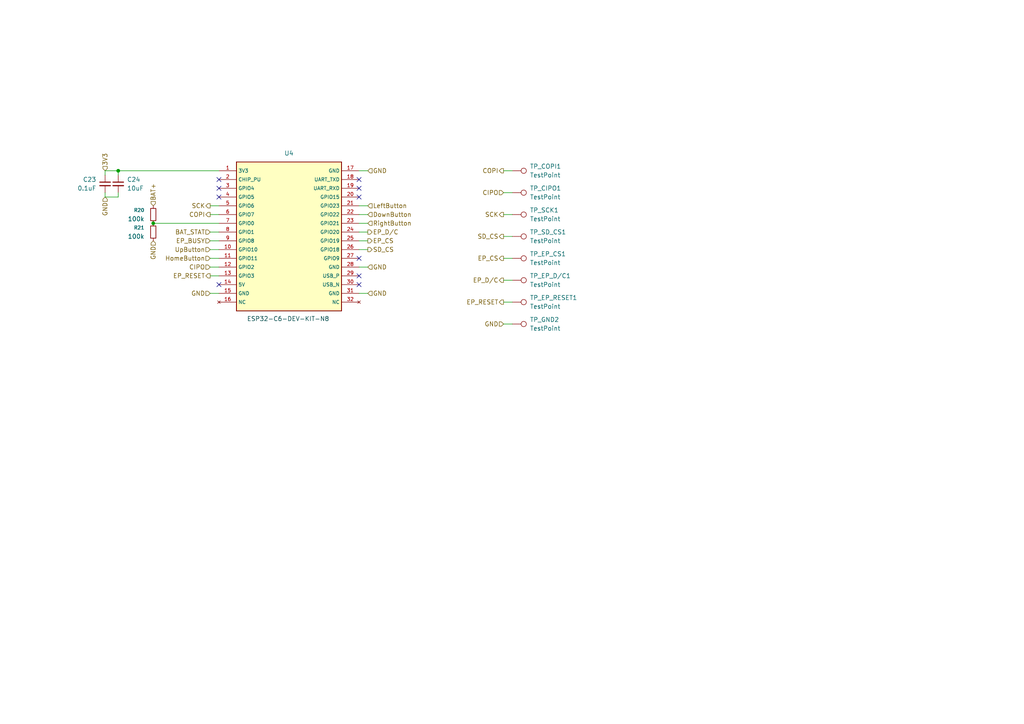
<source format=kicad_sch>
(kicad_sch (version 20250114) (generator "eeschema") (generator_version "9.0")
  (paper "A4")
  (lib_symbols
    (symbol "Connector:TestPoint" (pin_numbers (hide yes)) (pin_names (offset 0.762) (hide yes))
      (property "Reference" "TP" (at 0 6.858 0))
      (property "Value" "TestPoint" (at 0 5.08 0))
      (symbol "TestPoint_0_1"
        (circle (center 0 3.302) (radius 0.762))
      )
      (symbol "TestPoint_1_1"
        (pin passive line (at 0 0 90) (length 2.54) (name "1") (number "1"))
      )
    )
    (symbol "Device:C_Small" (pin_numbers (hide yes)) (pin_names (offset 0.254) (hide yes))
      (property "Reference" "C" (at 0.254 1.778 0))
      (property "Value" "C_Small" (at 0.254 -2.032 0))
      (symbol "C_Small_0_1"
        (polyline (pts (xy -1.524 0.508) (xy 1.524 0.508)) (stroke (width 0.3048)))
        (polyline (pts (xy -1.524 -0.508) (xy 1.524 -0.508)) (stroke (width 0.3302)))
      )
      (symbol "C_Small_1_1"
        (pin passive line (at 0 2.54 270) (length 2.032) (name "~") (number "1"))
        (pin passive line (at 0 -2.54 90) (length 2.032) (name "~") (number "2"))
      )
    )
    (symbol "Device:R_Small" (pin_numbers (hide yes)) (pin_names (offset 0.254) (hide yes))
      (property "Reference" "R" (at 0 0 90))
      (property "Value" "R_Small" (at 1.778 0 90))
      (symbol "R_Small_0_1"
        (rectangle (start -0.762 1.778) (end 0.762 -1.778) (stroke (width 0.2032)))
      )
      (symbol "R_Small_1_1"
        (pin passive line (at 0 2.54 270) (length 0.762) (name "~") (number "1"))
        (pin passive line (at 0 -2.54 90) (length 0.762) (name "~") (number "2"))
      )
    )
    (symbol "ESP32-C6-DEV-KIT-N8:ESP32-C6-DEV-KIT-N8"
      (property "Reference" "U" (at 0 23.368 0))
      (symbol "ESP32-C6-DEV-KIT-N8_0_0"
        (rectangle (start -15.24 21.59) (end 15.24 -21.59) (stroke (width 0.254)) (fill (type background)))
      )
      (symbol "ESP32-C6-DEV-KIT-N8_1_0"
        (pin power_in line (at -20.32 19.05 0) (length 5.08) (name "3V3") (number "1"))
        (pin input line (at -20.32 16.51 0) (length 5.08) (name "CHIP_PU") (number "2"))
        (pin bidirectional line (at -20.32 13.97 0) (length 5.08) (name "GPIO4") (number "3"))
        (pin bidirectional line (at -20.32 11.43 0) (length 5.08) (name "GPIO5") (number "4"))
        (pin bidirectional line (at -20.32 8.89 0) (length 5.08) (name "GPIO6") (number "5"))
        (pin bidirectional line (at -20.32 6.35 0) (length 5.08) (name "GPIO7") (number "6"))
        (pin bidirectional line (at -20.32 3.81 0) (length 5.08) (name "GPIO0") (number "7"))
        (pin bidirectional line (at -20.32 1.27 0) (length 5.08) (name "GPIO1") (number "8"))
        (pin bidirectional line (at -20.32 -1.27 0) (length 5.08) (name "GPIO8") (number "9"))
        (pin bidirectional line (at -20.32 -3.81 0) (length 5.08) (name "GPIO10") (number "10"))
        (pin bidirectional line (at -20.32 -6.35 0) (length 5.08) (name "GPIO11") (number "11"))
        (pin bidirectional line (at -20.32 -8.89 0) (length 5.08) (name "GPIO2") (number "12"))
        (pin bidirectional line (at -20.32 -11.43 0) (length 5.08) (name "GPIO3") (number "13"))
        (pin power_in line (at -20.32 -13.97 0) (length 5.08) (name "5V") (number "14"))
        (pin power_in line (at -20.32 -16.51 0) (length 5.08) (name "GND") (number "15"))
        (pin no_connect line (at -20.32 -19.05 0) (length 5.08) (name "NC") (number "16"))
        (pin power_in line (at 20.32 19.05 180) (length 5.08) (name "GND") (number "17"))
        (pin bidirectional line (at 20.32 16.51 180) (length 5.08) (name "UART_TXD") (number "18"))
        (pin bidirectional line (at 20.32 13.97 180) (length 5.08) (name "UART_RXD") (number "19"))
        (pin bidirectional line (at 20.32 11.43 180) (length 5.08) (name "GPIO15") (number "20"))
        (pin bidirectional line (at 20.32 8.89 180) (length 5.08) (name "GPIO23") (number "21"))
        (pin bidirectional line (at 20.32 6.35 180) (length 5.08) (name "GPIO22") (number "22"))
        (pin bidirectional line (at 20.32 3.81 180) (length 5.08) (name "GPIO21") (number "23"))
        (pin bidirectional line (at 20.32 1.27 180) (length 5.08) (name "GPIO20") (number "24"))
        (pin bidirectional line (at 20.32 -1.27 180) (length 5.08) (name "GPIO19") (number "25"))
        (pin bidirectional line (at 20.32 -3.81 180) (length 5.08) (name "GPIO18") (number "26"))
        (pin bidirectional line (at 20.32 -6.35 180) (length 5.08) (name "GPIO9") (number "27"))
        (pin power_in line (at 20.32 -8.89 180) (length 5.08) (name "GND") (number "28"))
        (pin bidirectional line (at 20.32 -11.43 180) (length 5.08) (name "USB_P") (number "29"))
        (pin bidirectional line (at 20.32 -13.97 180) (length 5.08) (name "USB_N") (number "30"))
        (pin power_in line (at 20.32 -16.51 180) (length 5.08) (name "GND") (number "31"))
        (pin no_connect line (at 20.32 -19.05 180) (length 5.08) (name "NC") (number "32"))
      )
      (symbol "ESP32-C6-DEV-KIT-N8_1_1"
        (text "ESP32-C6-DEV-KIT-N8" (at -0.254 -23.876 0) (effects (font (size 1.27 1.27))))
      )
    )
  )
  (junction (at 34.29 49.53))
  (junction (at 44.45 64.77))
  (no_connect (at 63.5 54.61))
  (no_connect (at 104.14 82.55))
  (no_connect (at 104.14 74.93))
  (no_connect (at 63.5 52.07))
  (no_connect (at 63.5 57.15))
  (no_connect (at 104.14 57.15))
  (no_connect (at 104.14 80.01))
  (no_connect (at 104.14 54.61))
  (no_connect (at 104.14 52.07))
  (no_connect (at 63.5 82.55))
  (wire (pts (xy 30.48 49.53) (xy 34.29 49.53)))
  (wire (pts (xy 104.14 62.23) (xy 106.68 62.23)))
  (wire (pts (xy 146.05 74.93) (xy 148.59 74.93)))
  (wire (pts (xy 34.29 50.8) (xy 34.29 49.53)))
  (wire (pts (xy 30.48 57.15) (xy 34.29 57.15)))
  (wire (pts (xy 104.14 77.47) (xy 106.68 77.47)))
  (wire (pts (xy 104.14 64.77) (xy 106.68 64.77)))
  (wire (pts (xy 60.96 59.69) (xy 63.5 59.69)))
  (wire (pts (xy 104.14 69.85) (xy 106.68 69.85)))
  (wire (pts (xy 146.05 87.63) (xy 148.59 87.63)))
  (wire (pts (xy 60.96 80.01) (xy 63.5 80.01)))
  (wire (pts (xy 44.45 64.77) (xy 63.5 64.77)))
  (wire (pts (xy 60.96 72.39) (xy 63.5 72.39)))
  (wire (pts (xy 104.14 85.09) (xy 106.68 85.09)))
  (wire (pts (xy 60.96 62.23) (xy 63.5 62.23)))
  (wire (pts (xy 60.96 69.85) (xy 63.5 69.85)))
  (wire (pts (xy 30.48 57.15) (xy 30.48 55.88)))
  (wire (pts (xy 60.96 77.47) (xy 63.5 77.47)))
  (wire (pts (xy 104.14 67.31) (xy 106.68 67.31)))
  (wire (pts (xy 146.05 93.98) (xy 148.59 93.98)))
  (wire (pts (xy 60.96 85.09) (xy 63.5 85.09)))
  (wire (pts (xy 146.05 55.88) (xy 148.59 55.88)))
  (wire (pts (xy 60.96 67.31) (xy 63.5 67.31)))
  (wire (pts (xy 146.05 68.58) (xy 148.59 68.58)))
  (wire (pts (xy 146.05 62.23) (xy 148.59 62.23)))
  (wire (pts (xy 104.14 72.39) (xy 106.68 72.39)))
  (wire (pts (xy 30.48 50.8) (xy 30.48 49.53)))
  (wire (pts (xy 104.14 49.53) (xy 106.68 49.53)))
  (wire (pts (xy 146.05 49.53) (xy 148.59 49.53)))
  (wire (pts (xy 60.96 74.93) (xy 63.5 74.93)))
  (wire (pts (xy 34.29 57.15) (xy 34.29 55.88)))
  (wire (pts (xy 104.14 59.69) (xy 106.68 59.69)))
  (wire (pts (xy 146.05 81.28) (xy 148.59 81.28)))
  (wire (pts (xy 34.29 49.53) (xy 63.5 49.53)))
  (hierarchical_label "GND" (shape input) (at 60.96 85.09 180))
  (hierarchical_label "COPI" (shape output) (at 60.96 62.23 180))
  (hierarchical_label "GND" (shape input) (at 30.48 57.15 270))
  (hierarchical_label "BAT+" (shape input) (at 44.45 59.69 90))
  (hierarchical_label "CIPO" (shape input) (at 60.96 77.47 180))
  (hierarchical_label "3V3" (shape input) (at 30.48 49.53 90))
  (hierarchical_label "EP_BUSY" (shape input) (at 60.96 69.85 180))
  (hierarchical_label "GND" (shape input) (at 106.68 77.47 0))
  (hierarchical_label "EP_D{slash}C" (shape output) (at 146.05 81.28 180))
  (hierarchical_label "SD_CS" (shape output) (at 106.68 72.39 0))
  (hierarchical_label "GND" (shape input) (at 106.68 85.09 0))
  (hierarchical_label "EP_RESET" (shape output) (at 60.96 80.01 180))
  (hierarchical_label "EP_CS" (shape output) (at 106.68 69.85 0))
  (hierarchical_label "BAT_STAT" (shape input) (at 60.96 67.31 180))
  (hierarchical_label "CIPO" (shape input) (at 146.05 55.88 180))
  (hierarchical_label "SCK" (shape output) (at 146.05 62.23 180))
  (hierarchical_label "EP_D{slash}C" (shape output) (at 106.68 67.31 0))
  (hierarchical_label "DownButton" (shape input) (at 106.68 62.23 0))
  (hierarchical_label "UpButton" (shape input) (at 60.96 72.39 180))
  (hierarchical_label "GND" (shape input) (at 106.68 49.53 0))
  (hierarchical_label "COPI" (shape output) (at 146.05 49.53 180))
  (hierarchical_label "LeftButton" (shape input) (at 106.68 59.69 0))
  (hierarchical_label "HomeButton" (shape input) (at 60.96 74.93 180))
  (hierarchical_label "GND" (shape input) (at 146.05 93.98 180))
  (hierarchical_label "RightButton" (shape input) (at 106.68 64.77 0))
  (hierarchical_label "SCK" (shape output) (at 60.96 59.69 180))
  (hierarchical_label "EP_CS" (shape output) (at 146.05 74.93 180))
  (hierarchical_label "EP_RESET" (shape output) (at 146.05 87.63 180))
  (hierarchical_label "GND" (shape input) (at 44.45 69.85 270))
  (hierarchical_label "SD_CS" (shape output) (at 146.05 68.58 180))
  (symbol (lib_id "ESP32-C6-DEV-KIT-N8:ESP32-C6-DEV-KIT-N8") (at 83.82 68.58 0) (unit 1)
    (property "Reference" "U4" (at 83.82 44.45 0))
    (property "Footprint" "ESP32-C6-DEV-KIT-N8:ESP32-C6-DEV-KIT-N8" (effects (hide yes)))
  )
  (symbol (lib_id "Connector:TestPoint") (at 148.59 74.93 270) (unit 1)
    (property "Reference" "TP_EP_CS1" (at 153.67 73.6599 90) (effects (justify left)))
    (property "Value" "TestPoint" (at 153.67 76.1999 90) (effects (justify left)))
    (property "Footprint" "TestPoint:TestPoint_Keystone_5019_Miniature" (effects (hide yes)))
    (property "Description" "test point" (effects (hide yes)))
  )
  (symbol (lib_id "Connector:TestPoint") (at 148.59 55.88 270) (unit 1)
    (property "Reference" "TP_CIPO1" (at 153.67 54.6099 90) (effects (justify left)))
    (property "Value" "TestPoint" (at 153.67 57.1499 90) (effects (justify left)))
    (property "Footprint" "TestPoint:TestPoint_Keystone_5019_Miniature" (effects (hide yes)))
    (property "Description" "test point" (effects (hide yes)))
  )
  (symbol (lib_id "Device:C_Small") (at 30.48 53.34 0) (mirror y) (unit 1)
    (property "Reference" "C23" (at 27.94 52.0762 0) (effects (justify left)))
    (property "Value" "0.1uF" (at 27.94 54.6162 0) (effects (justify left)))
    (property "Footprint" "Capacitor_SMD:C_1206_3216Metric" (effects (hide yes)))
    (property "Description" "Unpolarized capacitor, small symbol" (effects (hide yes)))
  )
  (symbol (lib_id "Connector:TestPoint") (at 148.59 81.28 270) (unit 1)
    (property "Reference" "TP_EP_D/C1" (at 153.67 80.0099 90) (effects (justify left)))
    (property "Value" "TestPoint" (at 153.67 82.5499 90) (effects (justify left)))
    (property "Footprint" "TestPoint:TestPoint_Keystone_5019_Miniature" (effects (hide yes)))
    (property "Description" "test point" (effects (hide yes)))
  )
  (symbol (lib_id "Connector:TestPoint") (at 148.59 49.53 270) (unit 1)
    (property "Reference" "TP_COPI1" (at 153.67 48.2599 90) (effects (justify left)))
    (property "Value" "TestPoint" (at 153.67 50.7999 90) (effects (justify left)))
    (property "Footprint" "TestPoint:TestPoint_Keystone_5019_Miniature" (effects (hide yes)))
    (property "Description" "test point" (effects (hide yes)))
  )
  (symbol (lib_id "Device:R_Small") (at 44.45 67.31 0) (mirror y) (unit 1)
    (property "Reference" "R21" (at 41.91 66.0399 0) (effects (font (size 1.016 1.016)) (justify left)))
    (property "Value" "100k" (at 41.91 68.5799 0) (effects (justify left)))
    (property "Footprint" "Resistor_SMD:R_1206_3216Metric" (effects (hide yes)))
    (property "Description" "Resistor, small symbol" (effects (hide yes)))
  )
  (symbol (lib_id "Connector:TestPoint") (at 148.59 62.23 270) (unit 1)
    (property "Reference" "TP_SCK1" (at 153.67 60.9599 90) (effects (justify left)))
    (property "Value" "TestPoint" (at 153.67 63.4999 90) (effects (justify left)))
    (property "Footprint" "TestPoint:TestPoint_Keystone_5019_Miniature" (effects (hide yes)))
    (property "Description" "test point" (effects (hide yes)))
  )
  (symbol (lib_id "Device:R_Small") (at 44.45 62.23 0) (mirror y) (unit 1)
    (property "Reference" "R20" (at 41.91 60.9599 0) (effects (font (size 1.016 1.016)) (justify left)))
    (property "Value" "100k" (at 41.91 63.4999 0) (effects (justify left)))
    (property "Footprint" "Resistor_SMD:R_1206_3216Metric" (effects (hide yes)))
    (property "Description" "Resistor, small symbol" (effects (hide yes)))
  )
  (symbol (lib_id "Device:C_Small") (at 34.29 53.34 0) (unit 1)
    (property "Reference" "C24" (at 36.83 52.0762 0) (effects (justify left)))
    (property "Value" "10uF" (at 36.83 54.6162 0) (effects (justify left)))
    (property "Footprint" "Capacitor_SMD:C_1206_3216Metric" (effects (hide yes)))
    (property "Description" "Unpolarized capacitor, small symbol" (effects (hide yes)))
  )
  (symbol (lib_id "Connector:TestPoint") (at 148.59 87.63 270) (unit 1)
    (property "Reference" "TP_EP_RESET1" (at 153.67 86.3599 90) (effects (justify left)))
    (property "Value" "TestPoint" (at 153.67 88.8999 90) (effects (justify left)))
    (property "Footprint" "TestPoint:TestPoint_Keystone_5019_Miniature" (effects (hide yes)))
    (property "Description" "test point" (effects (hide yes)))
  )
  (symbol (lib_id "Connector:TestPoint") (at 148.59 93.98 270) (unit 1)
    (property "Reference" "TP_GND2" (at 153.67 92.7099 90) (effects (justify left)))
    (property "Value" "TestPoint" (at 153.67 95.2499 90) (effects (justify left)))
    (property "Footprint" "TestPoint:TestPoint_Keystone_5019_Miniature" (effects (hide yes)))
    (property "Description" "test point" (effects (hide yes)))
  )
  (symbol (lib_id "Connector:TestPoint") (at 148.59 68.58 270) (unit 1)
    (property "Reference" "TP_SD_CS1" (at 153.67 67.3099 90) (effects (justify left)))
    (property "Value" "TestPoint" (at 153.67 69.8499 90) (effects (justify left)))
    (property "Footprint" "TestPoint:TestPoint_Keystone_5019_Miniature" (effects (hide yes)))
    (property "Description" "test point" (effects (hide yes)))
  )
)
</source>
